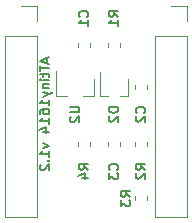
<source format=gbo>
G04 #@! TF.GenerationSoftware,KiCad,Pcbnew,(5.1.0-1419-g57928c41b)*
G04 #@! TF.CreationDate,2019-08-03T20:03:29-07:00*
G04 #@! TF.ProjectId,attiny1614,61747469-6e79-4313-9631-342e6b696361,1.2*
G04 #@! TF.SameCoordinates,Original*
G04 #@! TF.FileFunction,Legend,Bot*
G04 #@! TF.FilePolarity,Positive*
%FSLAX46Y46*%
G04 Gerber Fmt 4.6, Leading zero omitted, Abs format (unit mm)*
G04 Created by KiCad (PCBNEW (5.1.0-1419-g57928c41b)) date 2019-08-03 20:03:29*
%MOMM*%
%LPD*%
G04 APERTURE LIST*
%ADD10C,0.152400*%
%ADD11C,0.120000*%
G04 APERTURE END LIST*
D10*
X126373466Y-85428666D02*
X126373466Y-85815714D01*
X126605695Y-85351257D02*
X125792895Y-85622190D01*
X126605695Y-85893123D01*
X125792895Y-86047942D02*
X125792895Y-86512400D01*
X126605695Y-86280171D02*
X125792895Y-86280171D01*
X126063828Y-86667219D02*
X126063828Y-86976857D01*
X125792895Y-86783333D02*
X126489580Y-86783333D01*
X126566990Y-86822038D01*
X126605695Y-86899447D01*
X126605695Y-86976857D01*
X126605695Y-87247790D02*
X126063828Y-87247790D01*
X125792895Y-87247790D02*
X125831600Y-87209085D01*
X125870304Y-87247790D01*
X125831600Y-87286495D01*
X125792895Y-87247790D01*
X125870304Y-87247790D01*
X126063828Y-87634838D02*
X126605695Y-87634838D01*
X126141238Y-87634838D02*
X126102533Y-87673542D01*
X126063828Y-87750952D01*
X126063828Y-87867066D01*
X126102533Y-87944476D01*
X126179942Y-87983180D01*
X126605695Y-87983180D01*
X126063828Y-88292819D02*
X126605695Y-88486342D01*
X126063828Y-88679866D02*
X126605695Y-88486342D01*
X126799219Y-88408933D01*
X126837923Y-88370228D01*
X126876628Y-88292819D01*
X126605695Y-89415257D02*
X126605695Y-88950800D01*
X126605695Y-89183028D02*
X125792895Y-89183028D01*
X125909009Y-89105619D01*
X125986419Y-89028209D01*
X126025123Y-88950800D01*
X125792895Y-90111942D02*
X125792895Y-89957123D01*
X125831600Y-89879714D01*
X125870304Y-89841009D01*
X125986419Y-89763600D01*
X126141238Y-89724895D01*
X126450876Y-89724895D01*
X126528285Y-89763600D01*
X126566990Y-89802304D01*
X126605695Y-89879714D01*
X126605695Y-90034533D01*
X126566990Y-90111942D01*
X126528285Y-90150647D01*
X126450876Y-90189352D01*
X126257352Y-90189352D01*
X126179942Y-90150647D01*
X126141238Y-90111942D01*
X126102533Y-90034533D01*
X126102533Y-89879714D01*
X126141238Y-89802304D01*
X126179942Y-89763600D01*
X126257352Y-89724895D01*
X126605695Y-90963447D02*
X126605695Y-90498990D01*
X126605695Y-90731219D02*
X125792895Y-90731219D01*
X125909009Y-90653809D01*
X125986419Y-90576400D01*
X126025123Y-90498990D01*
X126063828Y-91660133D02*
X126605695Y-91660133D01*
X125754190Y-91466609D02*
X126334761Y-91273085D01*
X126334761Y-91776247D01*
X126063828Y-92627752D02*
X126605695Y-92821276D01*
X126063828Y-93014800D01*
X126605695Y-93750190D02*
X126605695Y-93285733D01*
X126605695Y-93517961D02*
X125792895Y-93517961D01*
X125909009Y-93440552D01*
X125986419Y-93363142D01*
X126025123Y-93285733D01*
X126528285Y-94098533D02*
X126566990Y-94137238D01*
X126605695Y-94098533D01*
X126566990Y-94059828D01*
X126528285Y-94098533D01*
X126605695Y-94098533D01*
X125870304Y-94446876D02*
X125831600Y-94485580D01*
X125792895Y-94562990D01*
X125792895Y-94756514D01*
X125831600Y-94833923D01*
X125870304Y-94872628D01*
X125947714Y-94911333D01*
X126025123Y-94911333D01*
X126141238Y-94872628D01*
X126605695Y-94408171D01*
X126605695Y-94911333D01*
D11*
X130358000Y-88644000D02*
X130358000Y-87184000D01*
X127198000Y-88644000D02*
X127198000Y-86484000D01*
X127198000Y-88644000D02*
X128128000Y-88644000D01*
X130358000Y-88644000D02*
X129428000Y-88644000D01*
X133240000Y-87204000D02*
X133240000Y-88614000D01*
X130920000Y-88614000D02*
X130920000Y-86584000D01*
X130920000Y-88614000D02*
X131580000Y-88614000D01*
X132580000Y-88614000D02*
X133240000Y-88614000D01*
X138236000Y-98866000D02*
X135576000Y-98866000D01*
X138236000Y-83566000D02*
X138236000Y-98866000D01*
X135576000Y-83566000D02*
X135576000Y-98866000D01*
X138236000Y-83566000D02*
X135576000Y-83566000D01*
X138236000Y-82296000D02*
X138236000Y-80966000D01*
X138236000Y-80966000D02*
X136906000Y-80966000D01*
X130050000Y-92881267D02*
X130050000Y-92538733D01*
X129030000Y-92881267D02*
X129030000Y-92538733D01*
X133856000Y-97110733D02*
X133856000Y-97453267D01*
X134876000Y-97110733D02*
X134876000Y-97453267D01*
X134876000Y-92881267D02*
X134876000Y-92538733D01*
X133856000Y-92881267D02*
X133856000Y-92538733D01*
X131570000Y-84156733D02*
X131570000Y-84499267D01*
X132590000Y-84156733D02*
X132590000Y-84499267D01*
X125536000Y-98866000D02*
X122876000Y-98866000D01*
X125536000Y-83566000D02*
X125536000Y-98866000D01*
X122876000Y-83566000D02*
X122876000Y-98866000D01*
X125536000Y-83566000D02*
X122876000Y-83566000D01*
X125536000Y-82296000D02*
X125536000Y-80966000D01*
X125536000Y-80966000D02*
X124206000Y-80966000D01*
X131570000Y-92538733D02*
X131570000Y-92881267D01*
X132590000Y-92538733D02*
X132590000Y-92881267D01*
X134876000Y-88055267D02*
X134876000Y-87712733D01*
X133856000Y-88055267D02*
X133856000Y-87712733D01*
X129030000Y-84156733D02*
X129030000Y-84499267D01*
X130050000Y-84156733D02*
X130050000Y-84499267D01*
D10*
X128332895Y-89550723D02*
X128990876Y-89550723D01*
X129068285Y-89589428D01*
X129106990Y-89628133D01*
X129145695Y-89705542D01*
X129145695Y-89860361D01*
X129106990Y-89937771D01*
X129068285Y-89976476D01*
X128990876Y-90015180D01*
X128332895Y-90015180D01*
X128410304Y-90363523D02*
X128371600Y-90402228D01*
X128332895Y-90479638D01*
X128332895Y-90673161D01*
X128371600Y-90750571D01*
X128410304Y-90789276D01*
X128487714Y-90827980D01*
X128565123Y-90827980D01*
X128681238Y-90789276D01*
X129145695Y-90324819D01*
X129145695Y-90827980D01*
X132447695Y-89570076D02*
X131634895Y-89570076D01*
X131634895Y-89763600D01*
X131673600Y-89879714D01*
X131751009Y-89957123D01*
X131828419Y-89995828D01*
X131983238Y-90034533D01*
X132099352Y-90034533D01*
X132254171Y-89995828D01*
X132331580Y-89957123D01*
X132408990Y-89879714D01*
X132447695Y-89763600D01*
X132447695Y-89570076D01*
X131712304Y-90344171D02*
X131673600Y-90382876D01*
X131634895Y-90460285D01*
X131634895Y-90653809D01*
X131673600Y-90731219D01*
X131712304Y-90769923D01*
X131789714Y-90808628D01*
X131867123Y-90808628D01*
X131983238Y-90769923D01*
X132447695Y-90305466D01*
X132447695Y-90808628D01*
X129907695Y-94860533D02*
X129520647Y-94589600D01*
X129907695Y-94396076D02*
X129094895Y-94396076D01*
X129094895Y-94705714D01*
X129133600Y-94783123D01*
X129172304Y-94821828D01*
X129249714Y-94860533D01*
X129365828Y-94860533D01*
X129443238Y-94821828D01*
X129481942Y-94783123D01*
X129520647Y-94705714D01*
X129520647Y-94396076D01*
X129365828Y-95557219D02*
X129907695Y-95557219D01*
X129056190Y-95363695D02*
X129636761Y-95170171D01*
X129636761Y-95673333D01*
X133463695Y-97146533D02*
X133076647Y-96875600D01*
X133463695Y-96682076D02*
X132650895Y-96682076D01*
X132650895Y-96991714D01*
X132689600Y-97069123D01*
X132728304Y-97107828D01*
X132805714Y-97146533D01*
X132921828Y-97146533D01*
X132999238Y-97107828D01*
X133037942Y-97069123D01*
X133076647Y-96991714D01*
X133076647Y-96682076D01*
X132650895Y-97417466D02*
X132650895Y-97920628D01*
X132960533Y-97649695D01*
X132960533Y-97765809D01*
X132999238Y-97843219D01*
X133037942Y-97881923D01*
X133115352Y-97920628D01*
X133308876Y-97920628D01*
X133386285Y-97881923D01*
X133424990Y-97843219D01*
X133463695Y-97765809D01*
X133463695Y-97533580D01*
X133424990Y-97456171D01*
X133386285Y-97417466D01*
X134733695Y-94860533D02*
X134346647Y-94589600D01*
X134733695Y-94396076D02*
X133920895Y-94396076D01*
X133920895Y-94705714D01*
X133959600Y-94783123D01*
X133998304Y-94821828D01*
X134075714Y-94860533D01*
X134191828Y-94860533D01*
X134269238Y-94821828D01*
X134307942Y-94783123D01*
X134346647Y-94705714D01*
X134346647Y-94396076D01*
X133998304Y-95170171D02*
X133959600Y-95208876D01*
X133920895Y-95286285D01*
X133920895Y-95479809D01*
X133959600Y-95557219D01*
X133998304Y-95595923D01*
X134075714Y-95634628D01*
X134153123Y-95634628D01*
X134269238Y-95595923D01*
X134733695Y-95131466D01*
X134733695Y-95634628D01*
X132447695Y-81906533D02*
X132060647Y-81635600D01*
X132447695Y-81442076D02*
X131634895Y-81442076D01*
X131634895Y-81751714D01*
X131673600Y-81829123D01*
X131712304Y-81867828D01*
X131789714Y-81906533D01*
X131905828Y-81906533D01*
X131983238Y-81867828D01*
X132021942Y-81829123D01*
X132060647Y-81751714D01*
X132060647Y-81442076D01*
X132447695Y-82680628D02*
X132447695Y-82216171D01*
X132447695Y-82448400D02*
X131634895Y-82448400D01*
X131751009Y-82370990D01*
X131828419Y-82293580D01*
X131867123Y-82216171D01*
X132370285Y-94860533D02*
X132408990Y-94821828D01*
X132447695Y-94705714D01*
X132447695Y-94628304D01*
X132408990Y-94512190D01*
X132331580Y-94434780D01*
X132254171Y-94396076D01*
X132099352Y-94357371D01*
X131983238Y-94357371D01*
X131828419Y-94396076D01*
X131751009Y-94434780D01*
X131673600Y-94512190D01*
X131634895Y-94628304D01*
X131634895Y-94705714D01*
X131673600Y-94821828D01*
X131712304Y-94860533D01*
X131634895Y-95131466D02*
X131634895Y-95634628D01*
X131944533Y-95363695D01*
X131944533Y-95479809D01*
X131983238Y-95557219D01*
X132021942Y-95595923D01*
X132099352Y-95634628D01*
X132292876Y-95634628D01*
X132370285Y-95595923D01*
X132408990Y-95557219D01*
X132447695Y-95479809D01*
X132447695Y-95247580D01*
X132408990Y-95170171D01*
X132370285Y-95131466D01*
X134656285Y-90034533D02*
X134694990Y-89995828D01*
X134733695Y-89879714D01*
X134733695Y-89802304D01*
X134694990Y-89686190D01*
X134617580Y-89608780D01*
X134540171Y-89570076D01*
X134385352Y-89531371D01*
X134269238Y-89531371D01*
X134114419Y-89570076D01*
X134037009Y-89608780D01*
X133959600Y-89686190D01*
X133920895Y-89802304D01*
X133920895Y-89879714D01*
X133959600Y-89995828D01*
X133998304Y-90034533D01*
X133998304Y-90344171D02*
X133959600Y-90382876D01*
X133920895Y-90460285D01*
X133920895Y-90653809D01*
X133959600Y-90731219D01*
X133998304Y-90769923D01*
X134075714Y-90808628D01*
X134153123Y-90808628D01*
X134269238Y-90769923D01*
X134733695Y-90305466D01*
X134733695Y-90808628D01*
X129830285Y-81906533D02*
X129868990Y-81867828D01*
X129907695Y-81751714D01*
X129907695Y-81674304D01*
X129868990Y-81558190D01*
X129791580Y-81480780D01*
X129714171Y-81442076D01*
X129559352Y-81403371D01*
X129443238Y-81403371D01*
X129288419Y-81442076D01*
X129211009Y-81480780D01*
X129133600Y-81558190D01*
X129094895Y-81674304D01*
X129094895Y-81751714D01*
X129133600Y-81867828D01*
X129172304Y-81906533D01*
X129907695Y-82680628D02*
X129907695Y-82216171D01*
X129907695Y-82448400D02*
X129094895Y-82448400D01*
X129211009Y-82370990D01*
X129288419Y-82293580D01*
X129327123Y-82216171D01*
M02*

</source>
